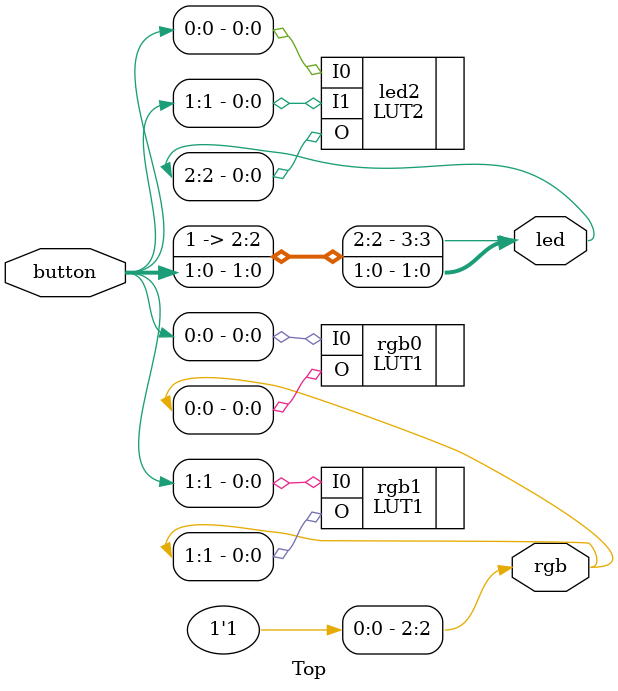
<source format=v>
module Top(button, rgb, led);
    input  wire [1 : 0] button;
    output wire [2 : 0] rgb;
    output wire [3 : 0] led;
    
    LUT1 #(.INIT(2'b01)) rgb0 (.O(rgb[0]), .I0(button[0]));   // ~button[0]
    LUT1 #(.INIT(2'b01)) rgb1 (.O(rgb[1]), .I0(button[1]));   // ~button[1];
    assign rgb[2] = 1;
    
    assign led[0] = button[0];
    assign led[1] = button[1];
    LUT2 #(.INIT(4'b1110)) led2 (.O(led[2]), .I0(button[0]), .I1(button[1]));   // button[0] | button[1]
    assign led[3]   = 1;
endmodule

</source>
